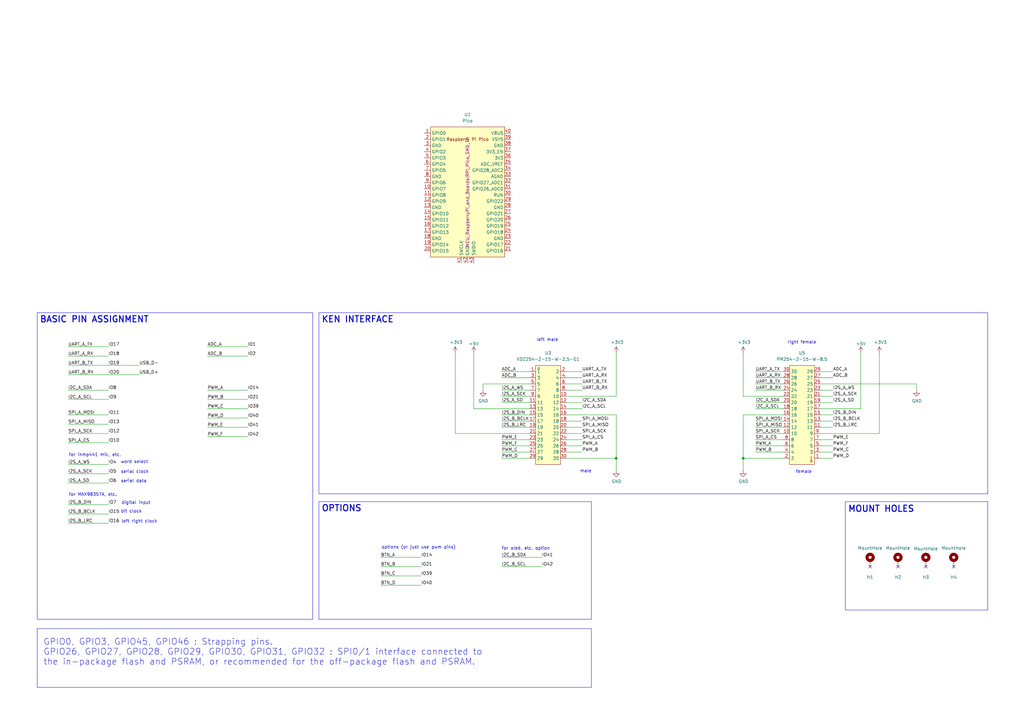
<source format=kicad_sch>
(kicad_sch (version 20250114) (generator "eeschema") (generator_version "9.0")
  (paper "A3")
  (title_block (title "SmartKnob View") (rev "${RELEASE_VERSION}") (company "Scott Bezek") (comment 2 "${COMMIT_DATE_LONG}") (comment 3 "${COMMIT_HASH}"))
  (lib_symbols
    (symbol "MCU_RaspberryPi_and_Boards:Pico"
      (property "Reference" "U" (at -13.97 27.94 0))
      (property "Value" "Pico" (at 0 19.05 0))
      (symbol "Pico_0_0"
        (text "Raspberry Pi Pico" (at 0 21.59 0) (effects (font (size 1.27 1.27))))
      )
      (symbol "Pico_0_1"
        (rectangle (start -15.24 26.67) (end 15.24 -26.67) (fill (type background)))
      )
      (symbol "Pico_1_1"
        (pin bidirectional line (at -17.78 24.13 0) (length 2.54) (name "GPIO0") (number "1"))
        (pin bidirectional line (at -17.78 21.59 0) (length 2.54) (name "GPIO1") (number "2"))
        (pin power_in line (at -17.78 19.05 0) (length 2.54) (name "GND") (number "3"))
        (pin bidirectional line (at -17.78 16.51 0) (length 2.54) (name "GPIO2") (number "4"))
        (pin bidirectional line (at -17.78 13.97 0) (length 2.54) (name "GPIO3") (number "5"))
        (pin bidirectional line (at -17.78 11.43 0) (length 2.54) (name "GPIO4") (number "6"))
        (pin bidirectional line (at -17.78 8.89 0) (length 2.54) (name "GPIO5") (number "7"))
        (pin power_in line (at -17.78 6.35 0) (length 2.54) (name "GND") (number "8"))
        (pin bidirectional line (at -17.78 3.81 0) (length 2.54) (name "GPIO6") (number "9"))
        (pin bidirectional line (at -17.78 1.27 0) (length 2.54) (name "GPIO7") (number "10"))
        (pin bidirectional line (at -17.78 -1.27 0) (length 2.54) (name "GPIO8") (number "11"))
        (pin bidirectional line (at -17.78 -3.81 0) (length 2.54) (name "GPIO9") (number "12"))
        (pin power_in line (at -17.78 -6.35 0) (length 2.54) (name "GND") (number "13"))
        (pin bidirectional line (at -17.78 -8.89 0) (length 2.54) (name "GPIO10") (number "14"))
        (pin bidirectional line (at -17.78 -11.43 0) (length 2.54) (name "GPIO11") (number "15"))
        (pin bidirectional line (at -17.78 -13.97 0) (length 2.54) (name "GPIO12") (number "16"))
        (pin bidirectional line (at -17.78 -16.51 0) (length 2.54) (name "GPIO13") (number "17"))
        (pin power_in line (at -17.78 -19.05 0) (length 2.54) (name "GND") (number "18"))
        (pin bidirectional line (at -17.78 -21.59 0) (length 2.54) (name "GPIO14") (number "19"))
        (pin bidirectional line (at -17.78 -24.13 0) (length 2.54) (name "GPIO15") (number "20"))
        (pin input line (at -2.54 -29.21 90) (length 2.54) (name "SWCLK") (number "41"))
        (pin power_in line (at 0 -29.21 90) (length 2.54) (name "GND") (number "42"))
        (pin bidirectional line (at 2.54 -29.21 90) (length 2.54) (name "SWDIO") (number "43"))
        (pin power_in line (at 17.78 24.13 180) (length 2.54) (name "VBUS") (number "40"))
        (pin power_in line (at 17.78 21.59 180) (length 2.54) (name "VSYS") (number "39"))
        (pin bidirectional line (at 17.78 19.05 180) (length 2.54) (name "GND") (number "38"))
        (pin input line (at 17.78 16.51 180) (length 2.54) (name "3V3_EN") (number "37"))
        (pin power_in line (at 17.78 13.97 180) (length 2.54) (name "3V3") (number "36"))
        (pin power_in line (at 17.78 11.43 180) (length 2.54) (name "ADC_VREF") (number "35"))
        (pin bidirectional line (at 17.78 8.89 180) (length 2.54) (name "GPIO28_ADC2") (number "34"))
        (pin power_in line (at 17.78 6.35 180) (length 2.54) (name "AGND") (number "33"))
        (pin bidirectional line (at 17.78 3.81 180) (length 2.54) (name "GPIO27_ADC1") (number "32"))
        (pin bidirectional line (at 17.78 1.27 180) (length 2.54) (name "GPIO26_ADC0") (number "31"))
        (pin input line (at 17.78 -1.27 180) (length 2.54) (name "RUN") (number "30"))
        (pin bidirectional line (at 17.78 -3.81 180) (length 2.54) (name "GPIO22") (number "29"))
        (pin power_in line (at 17.78 -6.35 180) (length 2.54) (name "GND") (number "28"))
        (pin bidirectional line (at 17.78 -8.89 180) (length 2.54) (name "GPIO21") (number "27"))
        (pin bidirectional line (at 17.78 -11.43 180) (length 2.54) (name "GPIO20") (number "26"))
        (pin bidirectional line (at 17.78 -13.97 180) (length 2.54) (name "GPIO19") (number "25"))
        (pin bidirectional line (at 17.78 -16.51 180) (length 2.54) (name "GPIO18") (number "24"))
        (pin power_in line (at 17.78 -19.05 180) (length 2.54) (name "GND") (number "23"))
        (pin bidirectional line (at 17.78 -21.59 180) (length 2.54) (name "GPIO17") (number "22"))
        (pin bidirectional line (at 17.78 -24.13 180) (length 2.54) (name "GPIO16") (number "21"))
      )
    )
    (symbol "Mechanical:MountingHole_Pad" (pin_numbers (hide yes)) (pin_names (offset 1.016) (hide yes))
      (property "Reference" "H" (at 0 6.35 0))
      (property "Value" "MountingHole_Pad" (at 0 4.445 0))
      (symbol "MountingHole_Pad_0_1"
        (circle (center 0 1.27) (radius 1.27) (stroke (width 1.27)))
      )
      (symbol "MountingHole_Pad_1_1"
        (pin input line (at 0 -2.54 90) (length 2.54) (name "1") (number "1"))
      )
    )
    (symbol "PM254-2-15-W-8.5:PM254-2-15-W-8.5"
      (property "Reference" "U" (at 0 22.86 0))
      (property "Value" "PM254-2-15-W-8.5" (at 0 -22.86 0))
      (symbol "PM254-2-15-W-8.5_0_1"
        (rectangle (start -5.08 20.32) (end 5.08 -20.32) (fill (type background)))
        (circle (center -3.81 19.05) (radius 0.38))
        (pin unspecified line (at -7.62 17.78 0) (length 2.54) (name "1") (number "1"))
        (pin unspecified line (at -7.62 15.24 0) (length 2.54) (name "3") (number "3"))
        (pin unspecified line (at -7.62 12.7 0) (length 2.54) (name "5") (number "5"))
        (pin unspecified line (at -7.62 10.16 0) (length 2.54) (name "7") (number "7"))
        (pin unspecified line (at -7.62 7.62 0) (length 2.54) (name "9") (number "9"))
        (pin unspecified line (at -7.62 5.08 0) (length 2.54) (name "11") (number "11"))
        (pin unspecified line (at -7.62 2.54 0) (length 2.54) (name "13") (number "13"))
        (pin unspecified line (at -7.62 0 0) (length 2.54) (name "15") (number "15"))
        (pin unspecified line (at -7.62 -2.54 0) (length 2.54) (name "17") (number "17"))
        (pin unspecified line (at -7.62 -5.08 0) (length 2.54) (name "19") (number "19"))
        (pin unspecified line (at -7.62 -7.62 0) (length 2.54) (name "21") (number "21"))
        (pin unspecified line (at -7.62 -10.16 0) (length 2.54) (name "23") (number "23"))
        (pin unspecified line (at -7.62 -12.7 0) (length 2.54) (name "25") (number "25"))
        (pin unspecified line (at -7.62 -15.24 0) (length 2.54) (name "27") (number "27"))
        (pin unspecified line (at -7.62 -17.78 0) (length 2.54) (name "29") (number "29"))
        (pin unspecified line (at 7.62 17.78 180) (length 2.54) (name "2") (number "2"))
        (pin unspecified line (at 7.62 15.24 180) (length 2.54) (name "4") (number "4"))
        (pin unspecified line (at 7.62 12.7 180) (length 2.54) (name "6") (number "6"))
        (pin unspecified line (at 7.62 10.16 180) (length 2.54) (name "8") (number "8"))
        (pin unspecified line (at 7.62 7.62 180) (length 2.54) (name "10") (number "10"))
        (pin unspecified line (at 7.62 5.08 180) (length 2.54) (name "12") (number "12"))
        (pin unspecified line (at 7.62 2.54 180) (length 2.54) (name "14") (number "14"))
        (pin unspecified line (at 7.62 0 180) (length 2.54) (name "16") (number "16"))
        (pin unspecified line (at 7.62 -2.54 180) (length 2.54) (name "18") (number "18"))
        (pin unspecified line (at 7.62 -5.08 180) (length 2.54) (name "20") (number "20"))
        (pin unspecified line (at 7.62 -7.62 180) (length 2.54) (name "22") (number "22"))
        (pin unspecified line (at 7.62 -10.16 180) (length 2.54) (name "24") (number "24"))
        (pin unspecified line (at 7.62 -12.7 180) (length 2.54) (name "26") (number "26"))
        (pin unspecified line (at 7.62 -15.24 180) (length 2.54) (name "28") (number "28"))
        (pin unspecified line (at 7.62 -17.78 180) (length 2.54) (name "30") (number "30"))
      )
    )
    (symbol "XDZ254-2-15-W-2.5-G1:XDZ254-2-15-W-2.5-G1"
      (property "Reference" "U" (at 0 22.86 0))
      (property "Value" "XDZ254-2-15-W-2.5-G1" (at 0 -22.86 0))
      (symbol "XDZ254-2-15-W-2.5-G1_0_1"
        (rectangle (start -5.08 20.32) (end 5.08 -20.32) (fill (type background)))
        (circle (center -3.81 19.05) (radius 0.38))
        (pin unspecified line (at -7.62 17.78 0) (length 2.54) (name "1") (number "1"))
        (pin unspecified line (at -7.62 15.24 0) (length 2.54) (name "3") (number "3"))
        (pin unspecified line (at -7.62 12.7 0) (length 2.54) (name "5") (number "5"))
        (pin unspecified line (at -7.62 10.16 0) (length 2.54) (name "7") (number "7"))
        (pin unspecified line (at -7.62 7.62 0) (length 2.54) (name "9") (number "9"))
        (pin unspecified line (at -7.62 5.08 0) (length 2.54) (name "11") (number "11"))
        (pin unspecified line (at -7.62 2.54 0) (length 2.54) (name "13") (number "13"))
        (pin unspecified line (at -7.62 0 0) (length 2.54) (name "15") (number "15"))
        (pin unspecified line (at -7.62 -2.54 0) (length 2.54) (name "17") (number "17"))
        (pin unspecified line (at -7.62 -5.08 0) (length 2.54) (name "19") (number "19"))
        (pin unspecified line (at -7.62 -7.62 0) (length 2.54) (name "21") (number "21"))
        (pin unspecified line (at -7.62 -10.16 0) (length 2.54) (name "23") (number "23"))
        (pin unspecified line (at -7.62 -12.7 0) (length 2.54) (name "25") (number "25"))
        (pin unspecified line (at -7.62 -15.24 0) (length 2.54) (name "27") (number "27"))
        (pin unspecified line (at -7.62 -17.78 0) (length 2.54) (name "29") (number "29"))
        (pin unspecified line (at 7.62 17.78 180) (length 2.54) (name "2") (number "2"))
        (pin unspecified line (at 7.62 15.24 180) (length 2.54) (name "4") (number "4"))
        (pin unspecified line (at 7.62 12.7 180) (length 2.54) (name "6") (number "6"))
        (pin unspecified line (at 7.62 10.16 180) (length 2.54) (name "8") (number "8"))
        (pin unspecified line (at 7.62 7.62 180) (length 2.54) (name "10") (number "10"))
        (pin unspecified line (at 7.62 5.08 180) (length 2.54) (name "12") (number "12"))
        (pin unspecified line (at 7.62 2.54 180) (length 2.54) (name "14") (number "14"))
        (pin unspecified line (at 7.62 0 180) (length 2.54) (name "16") (number "16"))
        (pin unspecified line (at 7.62 -2.54 180) (length 2.54) (name "18") (number "18"))
        (pin unspecified line (at 7.62 -5.08 180) (length 2.54) (name "20") (number "20"))
        (pin unspecified line (at 7.62 -7.62 180) (length 2.54) (name "22") (number "22"))
        (pin unspecified line (at 7.62 -10.16 180) (length 2.54) (name "24") (number "24"))
        (pin unspecified line (at 7.62 -12.7 180) (length 2.54) (name "26") (number "26"))
        (pin unspecified line (at 7.62 -15.24 180) (length 2.54) (name "28") (number "28"))
        (pin unspecified line (at 7.62 -17.78 180) (length 2.54) (name "30") (number "30"))
      )
    )
    (symbol "power:+3.3V" (power) (pin_names (offset 0))
      (property "Value" "+3.3V" (at 0 3.556 0))
      (symbol "+3.3V_0_1"
        (polyline (pts (xy -0.762 1.27) (xy 0 2.54)))
        (polyline (pts (xy 0 2.54) (xy 0.762 1.27)))
        (polyline (pts (xy 0 0) (xy 0 2.54)))
      )
      (symbol "+3.3V_1_1"
        (pin power_in line (at 0 0 90) (length 0) (hide yes) (name "+3V3") (number "1"))
      )
    )
    (symbol "power:+5V" (power) (pin_names (offset 0))
      (property "Value" "+5V" (at 0 3.556 0))
      (symbol "+5V_0_1"
        (polyline (pts (xy -0.762 1.27) (xy 0 2.54)))
        (polyline (pts (xy 0 2.54) (xy 0.762 1.27)))
        (polyline (pts (xy 0 0) (xy 0 2.54)))
      )
      (symbol "+5V_1_1"
        (pin power_in line (at 0 0 90) (length 0) (hide yes) (name "+5V") (number "1"))
      )
    )
    (symbol "power:GND" (power) (pin_names (offset 0))
      (property "Value" "GND" (at 0 -3.81 0))
      (symbol "GND_0_1"
        (polyline (pts (xy 0 0) (xy 0 -1.27) (xy 1.27 -1.27) (xy 0 -2.54) (xy -1.27 -1.27) (xy 0 -1.27)))
      )
      (symbol "GND_1_1"
        (pin power_in line (at 0 0 270) (length 0) (hide yes) (name "GND") (number "1"))
      )
    )
  )
  (rectangle (start 346.71 205.74) (end 405.13 250.19))
  (rectangle (start 15.24 257.81) (end 242.57 281.94))
  (rectangle (start 130.81 128.27) (end 405.13 202.565))
  (rectangle (start 130.81 205.74) (end 242.57 254))
  (rectangle (start 15.24 128.27) (end 128.27 254))
  (text "for MAX98357A, etc." (at 28.194 202.946 0) (effects (font (size 1.27 1.27)) (justify left)))
  (text "KEN INTERFACE" (at 131.826 132.588 0) (effects (font (size 2.54 2.54) (thickness 0.4013) (bold yes)) (justify left bottom)))
  (text "GPIO0, GPIO3, GPIO45, GPIO46 : Strapping pins.\nGPIO26, GPIO27, GPIO28, GPIO29, GPIO30, GPIO31, GPIO32 : SPI0/1 interface connected to\nthe in-package flash and PSRAM, or recommended for the off-package flash and PSRAM." (at 17.78 261.874 0) (effects (font (size 2.54 2.54)) (justify left top)))
  (text "MOUNT HOLES" (at 347.726 210.312 0) (effects (font (size 2.54 2.54) (thickness 0.4013) (bold yes)) (justify left bottom)))
  (text "right female" (at 328.93 140.462 0) (effects (font (size 1.27 1.27))))
  (text "female" (at 329.692 193.548 0) (effects (font (size 1.27 1.27))))
  (text "word select" (at 49.53 190.246 0) (effects (font (size 1.27 1.27)) (justify left bottom)))
  (text "BASIC PIN ASSIGNMENT" (at 16.256 132.588 0) (effects (font (size 2.54 2.54) (thickness 0.4013) (bold yes)) (justify left bottom)))
  (text "male" (at 240.284 193.294 0) (effects (font (size 1.27 1.27))))
  (text "serial clock" (at 49.53 194.31 0) (effects (font (size 1.27 1.27)) (justify left bottom)))
  (text "left right clock" (at 49.784 214.63 0) (effects (font (size 1.27 1.27)) (justify left bottom)))
  (text "bit clock" (at 49.53 210.566 0) (effects (font (size 1.27 1.27)) (justify left bottom)))
  (text "left male" (at 224.536 139.446 0) (effects (font (size 1.27 1.27))))
  (text "OPTIONS" (at 131.826 210.058 0) (effects (font (size 2.54 2.54) (thickness 0.4013) (bold yes)) (justify left bottom)))
  (text "options (or just use pwm pins)" (at 156.464 225.298 0) (effects (font (size 1.27 1.27)) (justify left bottom)))
  (text "digital input" (at 49.784 207.01 0) (effects (font (size 1.27 1.27)) (justify left bottom)))
  (text "serial data" (at 49.53 198.12 0) (effects (font (size 1.27 1.27)) (justify left bottom)))
  (text "for oled, etc. option" (at 205.74 224.282 0) (effects (font (size 1.27 1.27)) (justify left top)))
  (text "for inmp441 mic, etc." (at 28.194 185.928 0) (effects (font (size 1.27 1.27)) (justify left top)))
  (junction (at 252.73 187.96))
  (junction (at 304.8 187.96))
  (no_connect (at 368.3 232.41))
  (no_connect (at 356.87 232.41))
  (no_connect (at 391.16 232.41))
  (no_connect (at 379.73 232.41))
  (wire (pts (xy 252.73 170.18) (xy 232.41 170.18)))
  (wire (pts (xy 252.73 187.96) (xy 252.73 193.04)))
  (wire (pts (xy 186.69 144.78) (xy 186.69 177.8)))
  (wire (pts (xy 27.94 149.86) (xy 57.15 149.86)))
  (wire (pts (xy 156.21 240.03) (xy 172.72 240.03)))
  (wire (pts (xy 27.94 181.61) (xy 44.45 181.61)))
  (wire (pts (xy 217.17 162.56) (xy 205.74 162.56)))
  (wire (pts (xy 238.76 177.8) (xy 232.41 177.8)))
  (wire (pts (xy 309.88 177.8) (xy 321.31 177.8)))
  (wire (pts (xy 198.12 157.48) (xy 198.12 160.02)))
  (wire (pts (xy 309.88 180.34) (xy 321.31 180.34)))
  (wire (pts (xy 217.17 187.96) (xy 205.74 187.96)))
  (wire (pts (xy 336.55 170.18) (xy 341.63 170.18)))
  (wire (pts (xy 238.76 172.72) (xy 232.41 172.72)))
  (wire (pts (xy 217.17 182.88) (xy 205.74 182.88)))
  (wire (pts (xy 27.94 146.05) (xy 44.45 146.05)))
  (wire (pts (xy 336.55 185.42) (xy 341.63 185.42)))
  (wire (pts (xy 85.09 167.64) (xy 101.6 167.64)))
  (wire (pts (xy 321.31 187.96) (xy 304.8 187.96)))
  (wire (pts (xy 309.88 157.48) (xy 321.31 157.48)))
  (wire (pts (xy 309.88 182.88) (xy 321.31 182.88)))
  (wire (pts (xy 304.8 187.96) (xy 304.8 193.04)))
  (wire (pts (xy 85.09 160.02) (xy 101.6 160.02)))
  (wire (pts (xy 304.8 162.56) (xy 321.31 162.56)))
  (wire (pts (xy 336.55 157.48) (xy 375.92 157.48)))
  (wire (pts (xy 217.17 157.48) (xy 198.12 157.48)))
  (wire (pts (xy 217.17 160.02) (xy 205.74 160.02)))
  (wire (pts (xy 309.88 154.94) (xy 321.31 154.94)))
  (wire (pts (xy 309.88 172.72) (xy 321.31 172.72)))
  (wire (pts (xy 27.94 170.18) (xy 44.45 170.18)))
  (wire (pts (xy 336.55 162.56) (xy 341.63 162.56)))
  (wire (pts (xy 238.76 165.1) (xy 232.41 165.1)))
  (wire (pts (xy 309.88 185.42) (xy 321.31 185.42)))
  (wire (pts (xy 156.21 236.22) (xy 172.72 236.22)))
  (wire (pts (xy 238.76 167.64) (xy 232.41 167.64)))
  (wire (pts (xy 360.68 177.8) (xy 336.55 177.8)))
  (wire (pts (xy 336.55 165.1) (xy 341.63 165.1)))
  (wire (pts (xy 336.55 160.02) (xy 341.63 160.02)))
  (wire (pts (xy 194.31 144.78) (xy 194.31 167.64)))
  (wire (pts (xy 238.76 160.02) (xy 232.41 160.02)))
  (wire (pts (xy 217.17 175.26) (xy 205.74 175.26)))
  (wire (pts (xy 27.94 173.99) (xy 44.45 173.99)))
  (wire (pts (xy 336.55 172.72) (xy 341.63 172.72)))
  (wire (pts (xy 205.74 228.6) (xy 222.25 228.6)))
  (wire (pts (xy 309.88 167.64) (xy 321.31 167.64)))
  (wire (pts (xy 217.17 154.94) (xy 205.74 154.94)))
  (wire (pts (xy 353.06 167.64) (xy 336.55 167.64)))
  (wire (pts (xy 217.17 165.1) (xy 205.74 165.1)))
  (wire (pts (xy 309.88 175.26) (xy 321.31 175.26)))
  (wire (pts (xy 309.88 160.02) (xy 321.31 160.02)))
  (wire (pts (xy 44.45 163.83) (xy 27.94 163.83)))
  (wire (pts (xy 336.55 187.96) (xy 341.63 187.96)))
  (wire (pts (xy 217.17 172.72) (xy 205.74 172.72)))
  (wire (pts (xy 252.73 144.78) (xy 252.73 162.56)))
  (wire (pts (xy 217.17 152.4) (xy 205.74 152.4)))
  (wire (pts (xy 238.76 182.88) (xy 232.41 182.88)))
  (wire (pts (xy 27.94 207.01) (xy 44.45 207.01)))
  (wire (pts (xy 27.94 210.82) (xy 44.45 210.82)))
  (wire (pts (xy 85.09 179.07) (xy 101.6 179.07)))
  (wire (pts (xy 252.73 170.18) (xy 252.73 187.96)))
  (wire (pts (xy 252.73 187.96) (xy 232.41 187.96)))
  (wire (pts (xy 85.09 163.83) (xy 101.6 163.83)))
  (wire (pts (xy 27.94 190.5) (xy 44.45 190.5)))
  (wire (pts (xy 238.76 154.94) (xy 232.41 154.94)))
  (wire (pts (xy 217.17 185.42) (xy 205.74 185.42)))
  (wire (pts (xy 336.55 152.4) (xy 341.63 152.4)))
  (wire (pts (xy 85.09 175.26) (xy 101.6 175.26)))
  (wire (pts (xy 27.94 198.12) (xy 44.45 198.12)))
  (wire (pts (xy 85.09 146.05) (xy 101.6 146.05)))
  (wire (pts (xy 238.76 152.4) (xy 232.41 152.4)))
  (wire (pts (xy 205.74 232.41) (xy 222.25 232.41)))
  (wire (pts (xy 309.88 152.4) (xy 321.31 152.4)))
  (wire (pts (xy 238.76 175.26) (xy 232.41 175.26)))
  (wire (pts (xy 238.76 185.42) (xy 232.41 185.42)))
  (wire (pts (xy 238.76 180.34) (xy 232.41 180.34)))
  (wire (pts (xy 353.06 144.78) (xy 353.06 167.64)))
  (wire (pts (xy 321.31 170.18) (xy 304.8 170.18)))
  (wire (pts (xy 375.92 157.48) (xy 375.92 160.02)))
  (wire (pts (xy 336.55 182.88) (xy 341.63 182.88)))
  (wire (pts (xy 360.68 144.78) (xy 360.68 177.8)))
  (wire (pts (xy 27.94 160.02) (xy 44.45 160.02)))
  (wire (pts (xy 309.88 165.1) (xy 321.31 165.1)))
  (wire (pts (xy 304.8 144.78) (xy 304.8 162.56)))
  (wire (pts (xy 238.76 157.48) (xy 232.41 157.48)))
  (wire (pts (xy 27.94 142.24) (xy 44.45 142.24)))
  (wire (pts (xy 27.94 194.31) (xy 44.45 194.31)))
  (wire (pts (xy 85.09 142.24) (xy 101.6 142.24)))
  (wire (pts (xy 304.8 170.18) (xy 304.8 187.96)))
  (wire (pts (xy 156.21 228.6) (xy 172.72 228.6)))
  (wire (pts (xy 186.69 177.8) (xy 217.17 177.8)))
  (wire (pts (xy 194.31 167.64) (xy 217.17 167.64)))
  (wire (pts (xy 336.55 154.94) (xy 341.63 154.94)))
  (wire (pts (xy 336.55 175.26) (xy 341.63 175.26)))
  (wire (pts (xy 85.09 171.45) (xy 101.6 171.45)))
  (wire (pts (xy 217.17 170.18) (xy 205.74 170.18)))
  (wire (pts (xy 27.94 214.63) (xy 44.45 214.63)))
  (wire (pts (xy 252.73 162.56) (xy 232.41 162.56)))
  (wire (pts (xy 217.17 180.34) (xy 205.74 180.34)))
  (wire (pts (xy 336.55 180.34) (xy 341.63 180.34)))
  (wire (pts (xy 156.21 232.41) (xy 172.72 232.41)))
  (wire (pts (xy 27.94 177.8) (xy 44.45 177.8)))
  (wire (pts (xy 27.94 153.67) (xy 57.15 153.67)))
  (label "UART_B_RX" (at 238.76 160.02 0))
  (label "PWM_E" (at 205.74 180.34 0))
  (label "I2S_A_WS" (at 27.94 190.5 0))
  (label "ADC_B" (at 85.09 146.05 0))
  (label "BTN_A" (at 156.21 228.6 0))
  (label "UART_B_TX" (at 309.88 157.48 0))
  (label "BTN_D" (at 156.21 240.03 0))
  (label "IO40" (at 101.6 171.45 0))
  (label "IO41" (at 101.6 175.26 0))
  (label "SPI_A_MOSI" (at 238.76 172.72 0))
  (label "PWM_D" (at 85.09 171.45 0))
  (label "IO1" (at 101.6 142.24 0))
  (label "I2S_A_SD" (at 27.94 198.12 0))
  (label "UART_B_RX" (at 27.94 153.67 0))
  (label "ADC_A" (at 205.74 152.4 0))
  (label "UART_A_RX" (at 27.94 146.05 0))
  (label "IO39" (at 101.6 167.64 0))
  (label "I2S_B_LRC" (at 27.94 214.63 0))
  (label "PWM_A" (at 85.09 160.02 0))
  (label "PWM_F" (at 85.09 179.07 0))
  (label "I2S_B_LRC" (at 205.74 175.26 0))
  (label "I2S_A_SCK" (at 341.63 162.56 0))
  (label "UART_B_TX" (at 238.76 157.48 0))
  (label "PWM_F" (at 341.63 182.88 0))
  (label "I2S_A_SCK" (at 27.94 194.31 0))
  (label "UART_A_TX" (at 309.88 152.4 0))
  (label "SPI_A_SCK" (at 309.88 177.8 0))
  (label "UART_A_RX" (at 238.76 154.94 0))
  (label "PWM_E" (at 341.63 180.34 0))
  (label "I2S_B_DIN" (at 27.94 207.01 0))
  (label "IO10" (at 44.45 181.61 0))
  (label "PWM_C" (at 341.63 185.42 0))
  (label "ADC_B" (at 341.63 154.94 0))
  (label "IO16" (at 44.45 214.63 0))
  (label "I2S_A_WS" (at 341.63 160.02 0))
  (label "I2C_A_SDA" (at 309.88 165.1 0))
  (label "PWM_A" (at 309.88 182.88 0))
  (label "PWM_C" (at 85.09 167.64 0))
  (label "IO13" (at 44.45 173.99 0))
  (label "SPI_A_CS" (at 27.94 181.61 0))
  (label "PWM_B" (at 238.76 185.42 0))
  (label "I2S_A_SD" (at 205.74 165.1 0))
  (label "IO5" (at 44.45 194.31 0))
  (label "ADC_B" (at 205.74 154.94 0))
  (label "I2S_A_WS" (at 205.74 160.02 0))
  (label "IO20" (at 44.45 153.67 0))
  (label "IO8" (at 44.45 160.02 0))
  (label "SPI_A_MISO" (at 238.76 175.26 0))
  (label "IO6" (at 44.45 198.12 0))
  (label "I2S_B_BCLK" (at 341.63 172.72 0))
  (label "PWM_C" (at 205.74 185.42 0))
  (label "I2S_B_BCLK" (at 205.74 172.72 0))
  (label "SPI_A_SCK" (at 27.94 177.8 0))
  (label "I2S_A_SCK" (at 205.74 162.56 0))
  (label "USB_D-" (at 57.15 149.86 0))
  (label "PWM_D" (at 341.63 187.96 0))
  (label "IO7" (at 44.45 207.01 0))
  (label "PWM_B" (at 85.09 163.83 0))
  (label "BTN_C" (at 156.21 236.22 0))
  (label "IO39" (at 172.72 236.22 0))
  (label "I2S_B_DIN" (at 341.63 170.18 0))
  (label "UART_B_TX" (at 27.94 149.86 0))
  (label "SPI_A_MISO" (at 27.94 173.99 0))
  (label "I2C_A_SCL" (at 309.88 167.64 0))
  (label "IO9" (at 44.45 163.83 0))
  (label "PWM_E" (at 85.09 175.26 0))
  (label "PWM_D" (at 205.74 187.96 0))
  (label "IO18" (at 44.45 146.05 0))
  (label "IO11" (at 44.45 170.18 0))
  (label "I2C_B_SCL" (at 205.74 232.41 0))
  (label "I2S_B_BCLK" (at 27.94 210.82 0))
  (label "I2C_A_SDA" (at 27.94 160.02 0))
  (label "SPI_A_SCK" (at 238.76 177.8 0))
  (label "SPI_A_MOSI" (at 27.94 170.18 0))
  (label "SPI_A_CS" (at 238.76 180.34 0))
  (label "I2S_B_LRC" (at 341.63 175.26 0))
  (label "IO41" (at 222.25 228.6 0))
  (label "SPI_A_MISO" (at 309.88 175.26 0))
  (label "IO15" (at 44.45 210.82 0))
  (label "I2C_A_SCL" (at 238.76 167.64 0))
  (label "SPI_A_CS" (at 309.88 180.34 0))
  (label "UART_A_RX" (at 309.88 154.94 0))
  (label "PWM_B" (at 309.88 185.42 0))
  (label "IO12" (at 44.45 177.8 0))
  (label "UART_B_RX" (at 309.88 160.02 0))
  (label "I2S_A_SD" (at 341.63 165.1 0))
  (label "USB_D+" (at 57.15 153.67 0))
  (label "PWM_A" (at 238.76 182.88 0))
  (label "ADC_A" (at 341.63 152.4 0))
  (label "BTN_B" (at 156.21 232.41 0))
  (label "IO4" (at 44.45 190.5 0))
  (label "IO42" (at 101.6 179.07 0))
  (label "I2C_A_SCL" (at 27.94 163.83 0))
  (label "ADC_A" (at 85.09 142.24 0))
  (label "I2C_A_SDA" (at 238.76 165.1 0))
  (label "PWM_F" (at 205.74 182.88 0))
  (label "IO14" (at 172.72 228.6 0))
  (label "SPI_A_MOSI" (at 309.88 172.72 0))
  (label "I2S_B_DIN" (at 205.74 170.18 0))
  (label "IO2" (at 101.6 146.05 0))
  (label "IO14" (at 101.6 160.02 0))
  (label "IO19" (at 44.45 149.86 0))
  (label "IO21" (at 172.72 232.41 0))
  (label "UART_A_TX" (at 27.94 142.24 0))
  (label "IO21" (at 101.6 163.83 0))
  (label "IO42" (at 222.25 232.41 0))
  (label "IO40" (at 172.72 240.03 0))
  (label "UART_A_TX" (at 238.76 152.4 0))
  (label "IO17" (at 44.45 142.24 0))
  (label "I2C_B_SDA" (at 205.74 228.6 0))
  (symbol (lib_id "Mechanical:MountingHole_Pad") (at 356.87 229.87 0) (unit 1)
    (property "Reference" "H1" (at 356.87 236.728 0))
    (property "Value" "MountHole" (at 356.87 224.79 0))
    (property "Footprint" "MountingHole:MountingHole_3.2mm_M3_DIN965_Pad" (effects (hide yes)))
    (property "Note" "Screw: M2x5 (pan/round); Nut: M2 hex. LCSC min qty 50 (but still very cheap)" (effects (hide yes)))
    (property "LCSC" "C2911210 or C2911532 (screw), C2961595 (nut)" (effects (hide yes)))
  )
  (symbol (lib_id "Mechanical:MountingHole_Pad") (at 368.3 229.87 0) (unit 1)
    (property "Reference" "H2" (at 368.3 236.728 0))
    (property "Value" "MountHole" (at 368.3 224.79 0))
    (property "Footprint" "MountingHole:MountingHole_3.2mm_M3_DIN965_Pad" (effects (hide yes)))
    (property "Note" "Screw: M2x5 (pan/round); Nut: M2 hex. LCSC min qty 50 (but still very cheap)" (effects (hide yes)))
    (property "LCSC" "C2911210 or C2911532 (screw), C2961595 (nut)" (effects (hide yes)))
  )
  (symbol (lib_id "Mechanical:MountingHole_Pad") (at 379.73 229.87 0) (unit 1)
    (property "Reference" "H3" (at 379.73 236.728 0))
    (property "Value" "MountHole" (at 379.73 225.044 0))
    (property "Footprint" "MountingHole:MountingHole_3.2mm_M3_DIN965_Pad" (effects (hide yes)))
    (property "Note" "Screw: M2x5 (pan/round); Nut: M2 hex. LCSC min qty 50 (but still very cheap)" (effects (hide yes)))
    (property "LCSC" "C2911210 or C2911532 (screw), C2961595 (nut)" (effects (hide yes)))
  )
  (symbol (lib_id "Mechanical:MountingHole_Pad") (at 391.16 229.87 0) (unit 1)
    (property "Reference" "H4" (at 391.16 236.728 0))
    (property "Value" "MountHole" (at 391.16 224.79 0))
    (property "Footprint" "MountingHole:MountingHole_3.2mm_M3_DIN965_Pad" (effects (hide yes)))
    (property "Note" "Screw: M2x5 (pan/round); Nut: M2 hex. LCSC min qty 50 (but still very cheap)" (effects (hide yes)))
    (property "LCSC" "C2911210 or C2911532 (screw), C2961595 (nut)" (effects (hide yes)))
  )
  (symbol (lib_id "XDZ254-2-15-W-2.5-G1:XDZ254-2-15-W-2.5-G1") (at 224.79 170.18 0) (unit 1)
    (property "Reference" "U3" (at 224.79 144.78 0))
    (property "Value" "XDZ254-2-15-W-2.5-G1" (at 224.79 147.32 0))
    (property "Footprint" "XDZ254-2-15-W-2.5-G1:HDR-TH_30P-P2.54-H-M-R2-C15-S2.54-N" (effects (hide yes)))
    (property "LCSC Part" "C18905913" (effects (hide yes)))
  )
  (symbol (lib_id "power:+3.3V") (at 304.8 144.78 0) (unit 1)
    (property "Reference" "#PWR016" (effects (hide yes)))
    (property "Value" "+3V3" (at 305.181 140.3858 0))
  )
  (symbol (lib_id "power:GND") (at 198.12 160.02 0) (unit 1)
    (property "Reference" "#PWR024" (effects (hide yes)))
    (property "Value" "GND" (at 198.247 164.4142 0))
  )
  (symbol (lib_id "PM254-2-15-W-8.5:PM254-2-15-W-8.5") (at 328.93 170.18 180) (unit 1)
    (property "Reference" "U5" (at 328.93 144.78 0))
    (property "Value" "PM254-2-15-W-8.5" (at 328.93 147.32 0))
    (property "Footprint" "PM254-2-15-W-8.5:HDR-TH_30P-P2.54-H-F-R2-C15-W8.5" (effects (hide yes)))
    (property "LCSC Part" "C2897435" (effects (hide yes)))
  )
  (symbol (lib_id "power:+5V") (at 194.31 144.78 0) (unit 1)
    (property "Reference" "#PWR022" (effects (hide yes)))
    (property "Value" "+5V" (at 194.31 140.97 0))
  )
  (symbol (lib_id "power:+3.3V") (at 360.68 144.78 0) (unit 1)
    (property "Reference" "#PWR018" (effects (hide yes)))
    (property "Value" "+3V3" (at 361.061 140.3858 0))
  )
  (symbol (lib_id "power:+3.3V") (at 252.73 144.78 0) (unit 1)
    (property "Reference" "#PWR020" (effects (hide yes)))
    (property "Value" "+3V3" (at 253.111 140.3858 0))
  )
  (symbol (lib_id "power:GND") (at 375.92 160.02 0) (unit 1)
    (property "Reference" "#PWR017" (effects (hide yes)))
    (property "Value" "GND" (at 376.047 164.4142 0))
  )
  (symbol (lib_id "power:GND") (at 304.8 193.04 0) (unit 1)
    (property "Reference" "#PWR015" (effects (hide yes)))
    (property "Value" "GND" (at 304.927 197.4342 0))
  )
  (symbol (lib_id "power:+3.3V") (at 186.69 144.78 0) (unit 1)
    (property "Reference" "#PWR023" (effects (hide yes)))
    (property "Value" "+3V3" (at 187.071 140.3858 0))
  )
  (symbol (lib_id "MCU_RaspberryPi_and_Boards:Pico") (at 191.77 78.74 0) (unit 1)
    (property "Reference" "U1" (at 191.77 46.99 0))
    (property "Value" "Pico" (at 191.77 49.53 0))
    (property "Footprint" "MCU_RaspberryPi_and_Boards:RPi_Pico_SMD_TH" (at 191.77 78.74 90))
  )
  (symbol (lib_id "power:GND") (at 252.73 193.04 0) (unit 1)
    (property "Reference" "#PWR021" (effects (hide yes)))
    (property "Value" "GND" (at 252.857 197.4342 0))
  )
  (symbol (lib_id "power:+5V") (at 353.06 144.78 0) (unit 1)
    (property "Reference" "#PWR019" (effects (hide yes)))
    (property "Value" "+5V" (at 353.06 140.97 0))
  )
)
</source>
